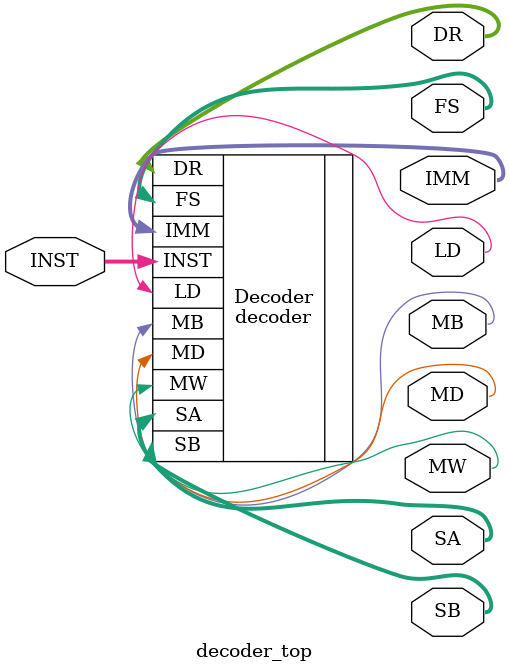
<source format=v>
module decoder_top(INST, DR, SA, SB, IMM, MB, FS, MD, LD, MW);
	input [15:0] INST;
	
	output [2:0] DR; //destination register
	output [2:0] SA; //register file read address A
	output [2:0] SB; //register file read address B
	output [5:0] IMM; //immediate value
	output MB; // ALU input mux select
	output [2:0] FS; //function select for ALU
	output MD; //ALU/Dram select
	output LD; // register file write enable
	output MW; //memory write
	
	
	decoder Decoder(
		.INST(INST),
		.DR(DR),
		.SA(SA),
		.SB(SB),
		.IMM(IMM),
		.MB(MB),
		.FS(FS),
		.MD(MD),
		.LD(LD),
		.MW(MW)
	);

endmodule
</source>
